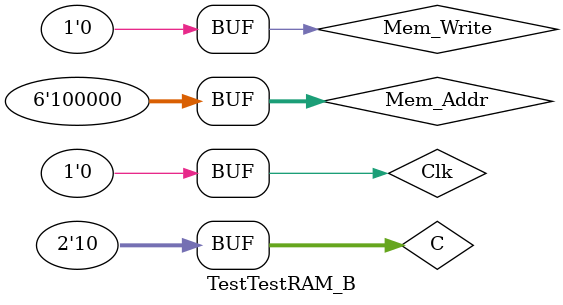
<source format=v>
`timescale 1ns / 1ps


module TestTestRAM_B;

	// Inputs
	reg [7:2] Mem_Addr;
	reg [1:0] C;
	reg Mem_Write;
	reg Clk;

	// Outputs
	wire [7:0] LED;

	// Instantiate the Unit Under Test (UUT)
	TestRAM_B uut (
		.Mem_Addr(Mem_Addr), 
		.C(C), 
		.Mem_Write(Mem_Write), 
		.Clk(Clk), 
		.LED(LED)
	);

	initial begin
		// Initialize Inputs
		Mem_Addr = 0;
		C = 0;
		Mem_Write = 0; 
		Clk = 0;

		// Wait 100 ns for global reset to finish
		#100;
      Mem_Addr = 6'b100000;
		Mem_Write = 1;
		//write h1234_5678
		//00010010 00110100 01010110 01111000
		C = 2'b10;
		#100;
		Clk = 1;
		#100;
		Clk = 0;
		#100;
		Mem_Write = 0;
		C = 2'b01;
		#100;
		C = 2'b10;
		// Add stimulus here

	end
      
endmodule


</source>
